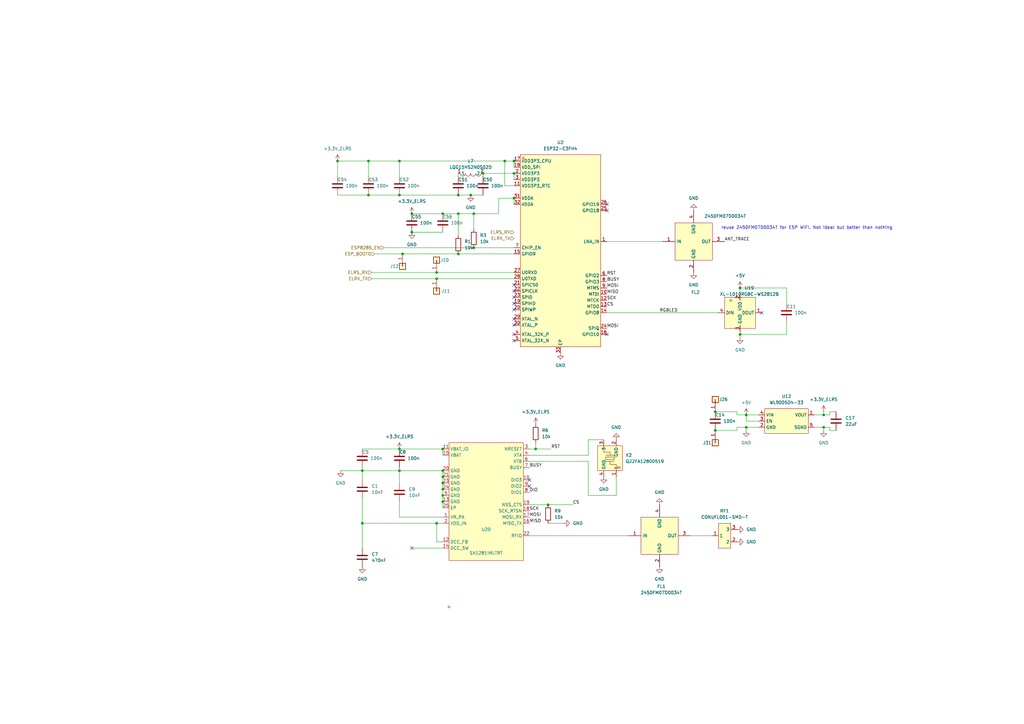
<source format=kicad_sch>
(kicad_sch (version 20250114) (generator "eeschema") (generator_version "9.0")
  (paper "A3")
  (lib_symbols
    (symbol "+3.3V_1" (power) (pin_numbers (hide yes)) (pin_names (offset 0) (hide yes))
      (property "Value" "+3.3V" (at 0 3.556 0))
      (symbol "+3.3V_1_0_1"
        (polyline (pts (xy -0.762 1.27) (xy 0 2.54)))
        (polyline (pts (xy 0 2.54) (xy 0.762 1.27)))
        (polyline (pts (xy 0 0) (xy 0 2.54)))
      )
      (symbol "+3.3V_1_1_1"
        (pin power_in line (at 0 0 90) (length 0) (name "~") (number "1"))
      )
    )
    (symbol "Connector_Generic:Conn_01x01" (pin_names (offset 1.016) (hide yes))
      (property "Reference" "J" (at 0 2.54 0))
      (property "Value" "Conn_01x01" (at 0 -2.54 0))
      (symbol "Conn_01x01_1_1"
        (rectangle (start -1.27 1.27) (end 1.27 -1.27) (stroke (width 0.254)) (fill (type background)))
        (rectangle (start -1.27 0.127) (end 0 -0.127) (stroke (width 0.1524)))
        (pin passive line (at -5.08 0 0) (length 3.81) (name "Pin_1") (number "1"))
      )
    )
    (symbol "Device:C" (pin_numbers (hide yes)) (pin_names (offset 0.254))
      (property "Reference" "C" (at 0.635 2.54 0))
      (property "Value" "C" (at 0.635 -2.54 0))
      (symbol "C_0_1"
        (polyline (pts (xy -2.032 0.762) (xy 2.032 0.762)) (stroke (width 0.508)))
        (polyline (pts (xy -2.032 -0.762) (xy 2.032 -0.762)) (stroke (width 0.508)))
      )
      (symbol "C_1_1"
        (pin passive line (at 0 3.81 270) (length 2.794) (name "~") (number "1"))
        (pin passive line (at 0 -3.81 90) (length 2.794) (name "~") (number "2"))
      )
    )
    (symbol "Device:R" (pin_numbers (hide yes)) (pin_names (offset 0))
      (property "Reference" "R" (at 2.032 0 90))
      (property "Value" "R" (at 0 0 90))
      (symbol "R_0_1"
        (rectangle (start -1.016 -2.54) (end 1.016 2.54) (stroke (width 0.254)))
      )
      (symbol "R_1_1"
        (pin passive line (at 0 3.81 270) (length 1.27) (name "~") (number "1"))
        (pin passive line (at 0 -3.81 90) (length 1.27) (name "~") (number "2"))
      )
    )
    (symbol "GND_3" (power) (pin_numbers (hide yes)) (pin_names (offset 0) (hide yes))
      (property "Value" "GND" (at 0 -3.81 0))
      (symbol "GND_3_0_1"
        (polyline (pts (xy 0 0) (xy 0 -1.27) (xy 1.27 -1.27) (xy 0 -2.54) (xy -1.27 -1.27) (xy 0 -1.27)))
      )
      (symbol "GND_3_1_1"
        (pin power_in line (at 0 0 270) (length 0) (name "~") (number "1"))
      )
    )
    (symbol "lib:2450FM07D0034T"
      (property "Reference" "FL" (at 0 17.78 0))
      (property "Value" "2450FM07D0034T" (at 0 -17.78 0))
      (symbol "2450FM07D0034T_0_1"
        (rectangle (start -7.62 7.62) (end 7.62 -7.62) (fill (type background)))
        (pin unspecified line (at -12.7 0 0) (length 5.08) (name "IN") (number "1"))
        (pin unspecified line (at 0 12.7 270) (length 5.08) (name "GND") (number "4"))
        (pin unspecified line (at 0 -12.7 90) (length 5.08) (name "GND") (number "2"))
        (pin unspecified line (at 12.7 0 180) (length 5.08) (name "OUT") (number "3"))
      )
    )
    (symbol "lib:CONUFL001-SMD-T"
      (property "Reference" "RF" (at 0 7.62 0))
      (property "Value" "CONUFL001-SMD-T" (at 0 -7.62 0))
      (symbol "CONUFL001-SMD-T_0_1"
        (rectangle (start -2.54 5.08) (end 2.54 -5.08) (fill (type background)))
        (pin unspecified line (at -5.08 0 0) (length 2.54) (name "1") (number "1"))
        (pin unspecified line (at 5.08 2.54 180) (length 2.54) (name "3") (number "3"))
        (pin unspecified line (at 5.08 -2.54 180) (length 2.54) (name "2") (number "2"))
      )
    )
    (symbol "lib:ESP32-C3FH4"
      (property "Reference" "U2" (at 0 27.94 0))
      (property "Value" "ESP32-C3FH4" (at 0 25.4 0))
      (symbol "ESP32-C3FH4_0_1"
        (rectangle (start -16.51 22.86) (end 16.51 -55.88) (fill (type background)))
        (circle (center -15.24 21.59) (radius 0.38))
        (pin unspecified line (at -19.05 20.32 0) (length 2.54) (name "VDD3P3_CPU") (number "17"))
        (pin unspecified line (at -19.05 17.78 0) (length 2.54) (name "VDD_SPI") (number "18"))
        (pin unspecified line (at -19.05 15.24 0) (length 2.54) (name "VDD3P3") (number "2"))
        (pin unspecified line (at -19.05 12.7 0) (length 2.54) (name "VDD3P3") (number "3"))
        (pin unspecified line (at -19.05 10.16 0) (length 2.54) (name "VDD3P3_RTC") (number "11"))
        (pin unspecified line (at -19.05 5.08 0) (length 2.54) (name "VDDA") (number "31"))
        (pin unspecified line (at -19.05 2.54 0) (length 2.54) (name "VDDA") (number "32"))
        (pin unspecified line (at -19.05 -15.24 0) (length 2.54) (name "CHIP_EN") (number "7"))
        (pin unspecified line (at -19.05 -17.78 0) (length 2.54) (name "GPIO9") (number "15"))
        (pin unspecified line (at -19.05 -25.4 0) (length 2.54) (name "U0RXD") (number "27"))
        (pin unspecified line (at -19.05 -27.94 0) (length 2.54) (name "U0TXD") (number "28"))
        (pin unspecified line (at -19.05 -30.48 0) (length 2.54) (name "SPICS0") (number "21"))
        (pin unspecified line (at -19.05 -33.02 0) (length 2.54) (name "SPICLK") (number "22"))
        (pin unspecified line (at -19.05 -35.56 0) (length 2.54) (name "SPID") (number "23"))
        (pin unspecified line (at -19.05 -38.1 0) (length 2.54) (name "SPIHD") (number "19"))
        (pin unspecified line (at -19.05 -40.64 0) (length 2.54) (name "SPIWP") (number "20"))
        (pin unspecified line (at -19.05 -44.45 0) (length 2.54) (name "XTAL_N") (number "29"))
        (pin unspecified line (at -19.05 -46.99 0) (length 2.54) (name "XTAL_P") (number "30"))
        (pin unspecified line (at -19.05 -50.8 0) (length 2.54) (name "XTAL_32K_P") (number "4"))
        (pin unspecified line (at -19.05 -53.34 0) (length 2.54) (name "XTAL_32K_N") (number "5"))
        (pin unspecified line (at 0 -58.42 90) (length 2.54) (name "EP") (number "33"))
        (pin unspecified line (at 19.05 2.54 180) (length 2.54) (name "GPIO19") (number "26"))
        (pin unspecified line (at 19.05 0 180) (length 2.54) (name "GPIO18") (number "25"))
        (pin unspecified line (at 19.05 -12.7 180) (length 2.54) (name "LNA_IN") (number "1"))
        (pin unspecified line (at 19.05 -26.67 180) (length 2.54) (name "GPIO2") (number "6"))
        (pin unspecified line (at 19.05 -29.21 180) (length 2.54) (name "GPIO3") (number "8"))
        (pin unspecified line (at 19.05 -31.75 180) (length 2.54) (name "MTMS") (number "9"))
        (pin unspecified line (at 19.05 -34.29 180) (length 2.54) (name "MTDI") (number "10"))
        (pin unspecified line (at 19.05 -36.83 180) (length 2.54) (name "MTCK") (number "12"))
        (pin unspecified line (at 19.05 -39.37 180) (length 2.54) (name "MTDO") (number "13"))
        (pin unspecified line (at 19.05 -41.91 180) (length 2.54) (name "GPIO8") (number "14"))
        (pin unspecified line (at 19.05 -48.26 180) (length 2.54) (name "SPIQ") (number "24"))
        (pin unspecified line (at 19.05 -50.8 180) (length 2.54) (name "GPIO10") (number "16"))
      )
    )
    (symbol "lib:LQG15HS2N0S02D"
      (property "Reference" "L" (at 0 5.08 0))
      (property "Value" "LQG15HS2N0S02D" (at 0 -5.08 0))
      (symbol "LQG15HS2N0S02D_0_1"
        (arc (start -2.27 -0.02) (mid -3.28 -1.1324) (end -4.29 -0.02))
        (arc (start -0.11 -0.02) (mid -1.12 -1.1324) (end -2.13 -0.02))
        (arc (start 2.04 -0.02) (mid 1.03 -1.1324) (end 0.02 -0.02))
        (arc (start 4.23 -0.02) (mid 3.22 -1.1231) (end 2.21 -0.02))
        (pin unspecified line (at -5.08 0 0) (length 0.762) (name "1") (number "1"))
        (pin unspecified line (at 5.08 0 180) (length 0.762) (name "2") (number "2"))
      )
    )
    (symbol "lib:Q22FA12800519"
      (property "Reference" "X" (at 0 7.62 0))
      (property "Value" "Q22FA12800519" (at 0 -7.62 0))
      (symbol "Q22FA12800519_0_1"
        (rectangle (start -5.08 5.08) (end 5.08 -5.08) (fill (type background)))
        (polyline (pts (xy -5.08 -2.54) (xy -2.54 -2.54) (xy -2.54 0) (xy -1.27 0)))
        (circle (center -3.81 -3.81) (radius 0.38))
        (polyline (pts (xy -1.27 -1.78) (xy -1.27 1.78)))
        (rectangle (start -0.51 1.78) (end 0.51 -1.78) (fill (type background)))
        (polyline (pts (xy 1.27 -1.78) (xy 1.27 1.78)))
        (polyline (pts (xy 5.08 2.54) (xy 2.54 2.54) (xy 2.54 0) (xy 1.27 0)))
        (pin input line (at -7.62 2.54 0) (length 2.54) (name "GND") (number "4"))
        (pin input line (at -7.62 -2.54 0) (length 2.54) (name "1") (number "1"))
        (pin input line (at 7.62 2.54 180) (length 2.54) (name "3") (number "3"))
        (pin input line (at 7.62 -2.54 180) (length 2.54) (name "GND") (number "2"))
      )
    )
    (symbol "lib:SX1281IMLTRT"
      (property "Reference" "U11" (at 0 -19.05 0))
      (property "Value" "SX1281IMLTRT" (at 0 -28.702 0))
      (symbol "SX1281IMLTRT_0_1"
        (rectangle (start -15.24 16.51) (end 15.24 -31.75) (fill (type background)))
        (circle (center -15.24 -50.8) (radius 0.38))
        (pin unspecified line (at -17.78 13.97 0) (length 2.54) (name "VBAT_IO") (number "11"))
        (pin unspecified line (at -17.78 11.43 0) (length 2.54) (name "VBAT") (number "15"))
        (pin unspecified line (at -17.78 5.08 0) (length 2.54) (name "GND") (number "20"))
        (pin unspecified line (at -17.78 2.54 0) (length 2.54) (name "GND") (number "21"))
        (pin unspecified line (at -17.78 0 0) (length 2.54) (name "GND") (number "23"))
        (pin unspecified line (at -17.78 -2.54 0) (length 2.54) (name "GND") (number "24"))
        (pin unspecified line (at -17.78 -5.08 0) (length 2.54) (name "GND") (number "5"))
        (pin unspecified line (at -17.78 -7.62 0) (length 2.54) (name "GND") (number "13"))
        (pin unspecified line (at -17.78 -10.16 0) (length 2.54) (name "EP") (number "25"))
        (pin unspecified line (at -17.78 -13.97 0) (length 2.54) (name "VR_PA") (number "1"))
        (pin unspecified line (at -17.78 -16.51 0) (length 2.54) (name "VDD_IN") (number "2"))
        (pin unspecified line (at -17.78 -24.13 0) (length 2.54) (name "DCC_FB") (number "12"))
        (pin unspecified line (at -17.78 -26.67 0) (length 2.54) (name "DCC_SW") (number "14"))
        (pin unspecified line (at 17.78 13.97 180) (length 2.54) (name "NRESET") (number "3"))
        (pin unspecified line (at 17.78 11.43 180) (length 2.54) (name "XTA") (number "4"))
        (pin unspecified line (at 17.78 8.89 180) (length 2.54) (name "XTB") (number "6"))
        (pin unspecified line (at 17.78 6.35 180) (length 2.54) (name "BUSY") (number "7"))
        (pin unspecified line (at 17.78 1.27 180) (length 2.54) (name "DIO3") (number "10"))
        (pin unspecified line (at 17.78 -1.27 180) (length 2.54) (name "DIO2") (number "9"))
        (pin unspecified line (at 17.78 -3.81 180) (length 2.54) (name "DIO1") (number "8"))
        (pin unspecified line (at 17.78 -8.89 180) (length 2.54) (name "NSS_CTS") (number "19"))
        (pin unspecified line (at 17.78 -11.43 180) (length 2.54) (name "SCK_RTSN") (number "18"))
        (pin unspecified line (at 17.78 -13.97 180) (length 2.54) (name "MOSI_RX") (number "17"))
        (pin unspecified line (at 17.78 -16.51 180) (length 2.54) (name "MISO_TX") (number "16"))
        (pin unspecified line (at 17.78 -21.59 180) (length 2.54) (name "RFIO") (number "22"))
      )
    )
    (symbol "lib:WL9005D4-33"
      (property "Reference" "U" (at 0 7.62 0))
      (property "Value" "WL9005D4-33" (at 0 -7.62 0))
      (symbol "WL9005D4-33_0_1"
        (rectangle (start -8.89 5.08) (end 8.89 -5.08) (fill (type background)))
        (pin unspecified line (at -11.43 2.54 0) (length 2.54) (name "VIN") (number "4"))
        (pin unspecified line (at -11.43 0 0) (length 2.54) (name "EN") (number "3"))
        (pin unspecified line (at -11.43 -2.54 0) (length 2.54) (name "GND") (number "2"))
        (pin unspecified line (at 11.43 2.54 180) (length 2.54) (name "VOUT") (number "1"))
        (pin unspecified line (at 11.43 -2.54 180) (length 2.54) (name "SGND") (number "5"))
      )
    )
    (symbol "lib:XL-1010RGBC-WS2812B"
      (property "Reference" "U3" (at 21.59 10.2302 0))
      (property "Value" "XL-1010RGBC-WS2812B" (at 21.59 7.6902 0))
      (symbol "XL-1010RGBC-WS2812B_0_1"
        (rectangle (start -7.62 6.35) (end 5.08 -6.35) (fill (type background)))
        (circle (center -5.08 5.08) (radius 0.38))
        (pin unspecified line (at -10.16 0 0) (length 2.54) (name "DIN") (number "4"))
        (pin unspecified line (at -1.27 7.62 270) (length 2.54) (name "VDD") (number "2"))
        (pin unspecified line (at -1.27 -7.62 90) (length 2.54) (name "GND") (number "3"))
        (pin unspecified line (at 7.62 0 180) (length 2.54) (name "DOUT") (number "1"))
      )
    )
    (symbol "power:+5V" (power) (pin_numbers (hide yes)) (pin_names (offset 0) (hide yes))
      (property "Value" "+5V" (at 0 3.556 0))
      (symbol "+5V_0_1"
        (polyline (pts (xy -0.762 1.27) (xy 0 2.54)))
        (polyline (pts (xy 0 2.54) (xy 0.762 1.27)))
        (polyline (pts (xy 0 0) (xy 0 2.54)))
      )
      (symbol "+5V_1_1"
        (pin power_in line (at 0 0 90) (length 0) (name "~") (number "1"))
      )
    )
    (symbol "power:GND" (power) (pin_names (offset 0))
      (property "Value" "GND" (at 0 -3.81 0))
      (symbol "GND_0_1"
        (polyline (pts (xy 0 0) (xy 0 -1.27) (xy 1.27 -1.27) (xy 0 -2.54) (xy -1.27 -1.27) (xy 0 -1.27)))
      )
      (symbol "GND_1_1"
        (pin power_in line (at 0 0 270) (length 0) (hide yes) (name "GND") (number "1"))
      )
    )
  )
  (text "reuse 2450FM07D0034T for ESP WIFI. Not ideal but better than nothing" (at 330.962 93.472 0) (effects (font (size 1.27 1.27))))
  (junction (at 163.83 66.04))
  (junction (at 337.82 175.26))
  (junction (at 179.07 111.76))
  (junction (at 165.1 104.14))
  (junction (at 179.07 114.3))
  (junction (at 181.61 203.2))
  (junction (at 193.04 80.01))
  (junction (at 224.79 207.01))
  (junction (at 306.07 175.26))
  (junction (at 181.61 195.58))
  (junction (at 151.13 80.01))
  (junction (at 187.96 80.01))
  (junction (at 181.61 87.63))
  (junction (at 198.12 71.12))
  (junction (at 168.91 95.25))
  (junction (at 181.61 205.74))
  (junction (at 181.61 198.12))
  (junction (at 303.53 118.11))
  (junction (at 187.96 87.63))
  (junction (at 168.91 87.63))
  (junction (at 148.59 193.04))
  (junction (at 179.07 214.63))
  (junction (at 293.37 168.91))
  (junction (at 194.31 101.6))
  (junction (at 148.59 214.63))
  (junction (at 138.43 66.04))
  (junction (at 337.82 170.18))
  (junction (at 210.82 81.28))
  (junction (at 163.83 193.04))
  (junction (at 303.53 137.16))
  (junction (at 293.37 176.53))
  (junction (at 187.96 104.14))
  (junction (at 219.71 184.15))
  (junction (at 151.13 66.04))
  (junction (at 306.07 170.18))
  (junction (at 207.01 66.04))
  (junction (at 163.83 184.15))
  (junction (at 181.61 200.66))
  (junction (at 181.61 184.15))
  (junction (at 181.61 193.04))
  (junction (at 194.31 87.63))
  (junction (at 210.82 66.04))
  (junction (at 163.83 80.01))
  (junction (at 210.82 71.12))
  (no_connect (at 210.82 133.35))
  (no_connect (at 248.92 86.36))
  (no_connect (at 210.82 130.81))
  (no_connect (at 217.17 196.85))
  (no_connect (at 210.82 139.7))
  (no_connect (at 210.82 119.38))
  (no_connect (at 248.92 137.16))
  (no_connect (at 210.82 137.16))
  (no_connect (at 248.92 83.82))
  (no_connect (at 168.91 224.79))
  (no_connect (at 210.82 116.84))
  (no_connect (at 210.82 124.46))
  (no_connect (at 312.42 128.27))
  (no_connect (at 217.17 199.39))
  (no_connect (at 210.82 127))
  (no_connect (at 210.82 121.92))
  (wire (pts (xy 204.47 87.63) (xy 204.47 81.28)))
  (wire (pts (xy 219.71 181.61) (xy 219.71 184.15)))
  (wire (pts (xy 168.91 95.25) (xy 181.61 95.25)))
  (wire (pts (xy 179.07 111.76) (xy 210.82 111.76)))
  (wire (pts (xy 163.83 193.04) (xy 181.61 193.04)))
  (wire (pts (xy 151.13 80.01) (xy 163.83 80.01)))
  (wire (pts (xy 322.58 137.16) (xy 322.58 132.08)))
  (wire (pts (xy 340.36 168.91) (xy 342.9 168.91)))
  (wire (pts (xy 303.53 137.16) (xy 303.53 138.43)))
  (wire (pts (xy 157.48 101.6) (xy 194.31 101.6)))
  (wire (pts (xy 148.59 214.63) (xy 148.59 224.79)))
  (wire (pts (xy 181.61 222.25) (xy 179.07 222.25)))
  (wire (pts (xy 303.53 118.11) (xy 303.53 120.65)))
  (wire (pts (xy 334.01 170.18) (xy 337.82 170.18)))
  (wire (pts (xy 210.82 76.2) (xy 207.01 76.2)))
  (wire (pts (xy 152.4 114.3) (xy 179.07 114.3)))
  (wire (pts (xy 181.61 198.12) (xy 181.61 200.66)))
  (wire (pts (xy 224.79 207.01) (xy 217.17 207.01)))
  (wire (pts (xy 340.36 170.18) (xy 340.36 168.91)))
  (wire (pts (xy 337.82 175.26) (xy 340.36 175.26)))
  (wire (pts (xy 165.1 104.14) (xy 187.96 104.14)))
  (wire (pts (xy 234.95 207.01) (xy 224.79 207.01)))
  (wire (pts (xy 138.43 80.01) (xy 151.13 80.01)))
  (wire (pts (xy 163.83 66.04) (xy 151.13 66.04)))
  (wire (pts (xy 219.71 184.15) (xy 217.17 184.15)))
  (wire (pts (xy 168.91 87.63) (xy 181.61 87.63)))
  (wire (pts (xy 181.61 214.63) (xy 179.07 214.63)))
  (wire (pts (xy 181.61 195.58) (xy 181.61 198.12)))
  (wire (pts (xy 153.67 104.14) (xy 165.1 104.14)))
  (wire (pts (xy 181.61 87.63) (xy 187.96 87.63)))
  (wire (pts (xy 163.83 184.15) (xy 181.61 184.15)))
  (wire (pts (xy 179.07 214.63) (xy 179.07 222.25)))
  (wire (pts (xy 303.53 135.89) (xy 303.53 137.16)))
  (wire (pts (xy 210.82 81.28) (xy 210.82 83.82)))
  (wire (pts (xy 181.61 205.74) (xy 181.61 208.28)))
  (wire (pts (xy 217.17 219.71) (xy 257.81 219.71)))
  (wire (pts (xy 148.59 193.04) (xy 148.59 196.85)))
  (wire (pts (xy 187.96 71.12) (xy 187.96 72.39)))
  (wire (pts (xy 163.83 80.01) (xy 187.96 80.01)))
  (wire (pts (xy 340.36 176.53) (xy 342.9 176.53)))
  (wire (pts (xy 231.14 214.63) (xy 224.79 214.63)))
  (wire (pts (xy 252.73 203.2) (xy 241.3 203.2)))
  (wire (pts (xy 337.82 175.26) (xy 337.82 176.53)))
  (wire (pts (xy 151.13 66.04) (xy 151.13 72.39)))
  (wire (pts (xy 217.17 189.23) (xy 241.3 189.23)))
  (wire (pts (xy 283.21 219.71) (xy 292.1 219.71)))
  (wire (pts (xy 138.43 66.04) (xy 151.13 66.04)))
  (wire (pts (xy 193.04 80.01) (xy 198.12 80.01)))
  (wire (pts (xy 241.3 180.34) (xy 247.65 180.34)))
  (wire (pts (xy 322.58 118.11) (xy 322.58 124.46)))
  (wire (pts (xy 148.59 193.04) (xy 163.83 193.04)))
  (wire (pts (xy 198.12 71.12) (xy 198.12 72.39)))
  (wire (pts (xy 187.96 87.63) (xy 187.96 96.52)))
  (wire (pts (xy 163.83 191.77) (xy 163.83 193.04)))
  (wire (pts (xy 302.26 168.91) (xy 293.37 168.91)))
  (wire (pts (xy 187.96 87.63) (xy 194.31 87.63)))
  (wire (pts (xy 241.3 189.23) (xy 241.3 203.2)))
  (wire (pts (xy 148.59 184.15) (xy 163.83 184.15)))
  (wire (pts (xy 210.82 66.04) (xy 207.01 66.04)))
  (wire (pts (xy 168.91 224.79) (xy 181.61 224.79)))
  (wire (pts (xy 302.26 176.53) (xy 302.26 175.26)))
  (wire (pts (xy 210.82 66.04) (xy 210.82 68.58)))
  (wire (pts (xy 241.3 186.69) (xy 241.3 180.34)))
  (wire (pts (xy 306.07 170.18) (xy 302.26 170.18)))
  (wire (pts (xy 306.07 170.18) (xy 311.15 170.18)))
  (wire (pts (xy 194.31 101.6) (xy 210.82 101.6)))
  (wire (pts (xy 163.83 66.04) (xy 163.83 72.39)))
  (wire (pts (xy 293.37 176.53) (xy 302.26 176.53)))
  (wire (pts (xy 138.43 72.39) (xy 138.43 66.04)))
  (wire (pts (xy 311.15 172.72) (xy 306.07 172.72)))
  (wire (pts (xy 179.07 214.63) (xy 148.59 214.63)))
  (wire (pts (xy 337.82 170.18) (xy 340.36 170.18)))
  (wire (pts (xy 179.07 114.3) (xy 210.82 114.3)))
  (wire (pts (xy 198.12 71.12) (xy 210.82 71.12)))
  (wire (pts (xy 187.96 104.14) (xy 210.82 104.14)))
  (wire (pts (xy 306.07 176.53) (xy 306.07 175.26)))
  (wire (pts (xy 163.83 212.09) (xy 163.83 205.74)))
  (wire (pts (xy 194.31 87.63) (xy 204.47 87.63)))
  (wire (pts (xy 340.36 175.26) (xy 340.36 176.53)))
  (wire (pts (xy 226.06 184.15) (xy 219.71 184.15)))
  (wire (pts (xy 306.07 175.26) (xy 311.15 175.26)))
  (wire (pts (xy 334.01 175.26) (xy 337.82 175.26)))
  (wire (pts (xy 181.61 200.66) (xy 181.61 203.2)))
  (wire (pts (xy 302.26 175.26) (xy 306.07 175.26)))
  (wire (pts (xy 302.26 170.18) (xy 302.26 168.91)))
  (wire (pts (xy 187.96 80.01) (xy 193.04 80.01)))
  (wire (pts (xy 248.92 128.27) (xy 294.64 128.27)))
  (wire (pts (xy 148.59 191.77) (xy 148.59 193.04)))
  (wire (pts (xy 252.73 195.58) (xy 252.73 203.2)))
  (wire (pts (xy 181.61 193.04) (xy 181.61 195.58)))
  (wire (pts (xy 139.7 193.04) (xy 148.59 193.04)))
  (wire (pts (xy 217.17 186.69) (xy 241.3 186.69)))
  (wire (pts (xy 163.83 193.04) (xy 163.83 198.12)))
  (wire (pts (xy 210.82 71.12) (xy 210.82 73.66)))
  (wire (pts (xy 337.82 170.18) (xy 337.82 168.91)))
  (wire (pts (xy 207.01 76.2) (xy 207.01 66.04)))
  (wire (pts (xy 207.01 66.04) (xy 163.83 66.04)))
  (wire (pts (xy 303.53 118.11) (xy 322.58 118.11)))
  (wire (pts (xy 181.61 203.2) (xy 181.61 205.74)))
  (wire (pts (xy 194.31 87.63) (xy 194.31 93.98)))
  (wire (pts (xy 248.92 99.06) (xy 271.78 99.06)))
  (wire (pts (xy 204.47 81.28) (xy 210.82 81.28)))
  (wire (pts (xy 303.53 137.16) (xy 322.58 137.16)))
  (wire (pts (xy 152.4 111.76) (xy 179.07 111.76)))
  (wire (pts (xy 181.61 184.15) (xy 181.61 186.69)))
  (wire (pts (xy 148.59 204.47) (xy 148.59 214.63)))
  (wire (pts (xy 181.61 212.09) (xy 163.83 212.09)))
  (wire (pts (xy 306.07 172.72) (xy 306.07 170.18)))
  (label "SCK" (at 248.92 123.19 0))
  (label "MISO" (at 217.17 214.63 0))
  (label "MOSI" (at 248.92 118.11 0))
  (label "CS" (at 248.92 125.73 0))
  (label "MOSI" (at 217.17 212.09 0))
  (label "BUSY" (at 248.92 115.57 0))
  (label "BUSY" (at 217.17 191.77 0))
  (label "RST" (at 248.92 113.03 0))
  (label "CS" (at 234.95 207.01 0))
  (label "ANT_TRACE" (at 297.18 99.06 0))
  (label "MISO" (at 248.92 120.65 0))
  (label "RGBLED" (at 270.51 128.27 0))
  (label "SCK" (at 217.17 209.55 0))
  (label "DIO" (at 217.17 201.93 0))
  (label "RST" (at 226.06 184.15 0))
  (label "MOSI" (at 248.92 134.62 0))
  (hierarchical_label "ESP8285_EN" (shape input) (at 157.48 101.6 180))
  (hierarchical_label "ELRX_TX" (shape input) (at 152.4 114.3 180))
  (hierarchical_label "ESP_BOOT0" (shape input) (at 153.67 104.14 180))
  (hierarchical_label "ELRX_TX" (shape input) (at 210.82 97.79 180))
  (hierarchical_label "ELRS_RX" (shape input) (at 210.82 95.25 180))
  (hierarchical_label "ELRS_RX" (shape input) (at 152.4 111.76 180))
  (symbol (lib_id "power:GND") (at 284.48 86.36 180) (unit 1)
    (property "Reference" "#PWR0132" (effects (hide yes)))
    (property "Value" "GND" (at 284.48 81.28 0))
    (property "Description" "Power symbol creates a global label with name \"GND\" , ground" (effects (hide yes)))
  )
  (symbol (lib_id "Connector_Generic:Conn_01x01") (at 179.07 119.38 270) (unit 1)
    (property "Reference" "J11" (at 184.658 119.38 90) (effects (justify right)))
    (property "Value" "5V" (effects (hide yes)))
    (property "Footprint" "lib:small_pad" (effects (hide yes)))
    (property "Description" "Generic connector, single row, 01x01, script generated (kicad-library-utils/schlib/autogen/connector/)" (effects (hide yes)))
  )
  (symbol (lib_id "lib:Q22FA12800519") (at 250.19 187.96 90) (unit 1)
    (property "Reference" "X2" (at 256.54 186.6899 90) (effects (justify right)))
    (property "Value" "Q22FA12800519" (at 256.54 189.2299 90) (effects (justify right)))
    (property "Footprint" "lib:CRYSTAL-SMD_4P-L2.0-W1.6-BL" (effects (hide yes)))
    (property "LCSC Part" "C841202" (effects (hide yes)))
  )
  (symbol (lib_name "GND_3") (lib_id "power:GND") (at 231.14 214.63 90) (unit 1)
    (property "Reference" "#PWR015" (effects (hide yes)))
    (property "Value" "GND" (at 234.95 214.6299 90) (effects (justify right)))
    (property "Description" "Power symbol creates a global label with name \"GND\" , ground" (effects (hide yes)))
  )
  (symbol (lib_name "GND_3") (lib_id "power:GND") (at 270.51 207.01 180) (unit 1)
    (property "Reference" "#PWR038" (effects (hide yes)))
    (property "Value" "GND" (at 270.51 201.93 0))
    (property "Description" "Power symbol creates a global label with name \"GND\" , ground" (effects (hide yes)))
  )
  (symbol (lib_id "power:GND") (at 302.26 217.17 90) (unit 1)
    (property "Reference" "#PWR0140" (effects (hide yes)))
    (property "Value" "GND" (at 306.07 217.1699 90) (effects (justify right)))
  )
  (symbol (lib_id "Device:C") (at 151.13 76.2 0) (unit 1)
    (property "Reference" "C53" (at 151.13 73.66 0) (effects (justify left)))
    (property "Value" "100n" (at 154.432 76.2 0) (effects (justify left)))
    (property "Footprint" "Capacitor_SMD:C_0402_1005Metric" (effects (hide yes)))
    (property "LCSC" "C1525" (effects (hide yes)))
  )
  (symbol (lib_id "power:GND") (at 193.04 80.01 0) (unit 1)
    (property "Reference" "#PWR0133" (effects (hide yes)))
    (property "Value" "GND" (at 193.04 85.09 0))
    (property "Description" "Power symbol creates a global label with name \"GND\" , ground" (effects (hide yes)))
  )
  (symbol (lib_id "Device:C") (at 148.59 228.6 0) (unit 1)
    (property "Reference" "C7" (at 152.4 227.3299 0) (effects (justify left)))
    (property "Value" "470nF" (at 152.4 229.8699 0) (effects (justify left)))
    (property "Footprint" "Capacitor_SMD:C_0402_1005Metric" (effects (hide yes)))
    (property "Description" "Unpolarized capacitor" (effects (hide yes)))
    (property "LCSC" "C92361" (effects (hide yes)))
  )
  (symbol (lib_id "lib:WL9005D4-33") (at 322.58 172.72 0) (unit 1)
    (property "Reference" "U12" (at 322.58 162.56 0))
    (property "Value" "WL9005D4-33" (at 322.58 165.1 0))
    (property "Footprint" "lib:UDFN-4_L1.0-W1.0-P0.65-TL" (effects (hide yes)))
    (property "LCSC Part" "C5357206" (effects (hide yes)))
  )
  (symbol (lib_id "lib:SX1281IMLTRT") (at 199.39 198.12 0) (unit 1)
    (property "Reference" "U20" (at 199.39 217.17 0))
    (property "Value" "SX1281IMLTRT" (at 199.39 226.822 0))
    (property "Footprint" "lib:QFN-24_L4.0-W4.0-P0.50-TL-EP2.6" (effects (hide yes)))
    (property "LCSC Part" "C2151551" (effects (hide yes)))
  )
  (symbol (lib_name "GND_3") (lib_id "power:GND") (at 148.59 232.41 0) (unit 1)
    (property "Reference" "#PWR048" (effects (hide yes)))
    (property "Value" "GND" (at 148.59 237.49 0))
    (property "Description" "Power symbol creates a global label with name \"GND\" , ground" (effects (hide yes)))
  )
  (symbol (lib_id "Device:R") (at 194.31 97.79 0) (unit 1)
    (property "Reference" "R3" (at 196.85 96.5199 0) (effects (justify left)))
    (property "Value" "10k" (at 196.85 99.0599 0) (effects (justify left)))
    (property "Footprint" "Resistor_SMD:R_0402_1005Metric" (effects (hide yes)))
    (property "Description" "Resistor" (effects (hide yes)))
    (property "LCSC" "C2909316" (effects (hide yes)))
  )
  (symbol (lib_id "Device:C") (at 163.83 201.93 0) (unit 1)
    (property "Reference" "C9" (at 167.64 200.6599 0) (effects (justify left)))
    (property "Value" "10nF" (at 167.64 203.1999 0) (effects (justify left)))
    (property "Footprint" "Capacitor_SMD:C_0402_1005Metric" (effects (hide yes)))
    (property "Description" "Unpolarized capacitor" (effects (hide yes)))
    (property "LCSC" "C15195" (effects (hide yes)))
  )
  (symbol (lib_id "Device:C") (at 342.9 172.72 0) (unit 1)
    (property "Reference" "C17" (at 346.71 171.4499 0) (effects (justify left)))
    (property "Value" "22uF" (at 346.71 173.9899 0) (effects (justify left)))
    (property "Footprint" "Capacitor_SMD:C_0402_1005Metric" (effects (hide yes)))
    (property "Description" "Unpolarized capacitor" (effects (hide yes)))
    (property "LCSC" "C105226" (effects (hide yes)))
  )
  (symbol (lib_name "GND_3") (lib_id "power:GND") (at 247.65 195.58 0) (unit 1)
    (property "Reference" "#PWR052" (effects (hide yes)))
    (property "Value" "GND" (at 247.65 200.66 0))
    (property "Description" "Power symbol creates a global label with name \"GND\" , ground" (effects (hide yes)))
  )
  (symbol (lib_id "Device:R") (at 187.96 100.33 0) (unit 1)
    (property "Reference" "R1" (at 190.5 99.0599 0) (effects (justify left)))
    (property "Value" "10k" (at 190.5 101.5999 0) (effects (justify left)))
    (property "Footprint" "Resistor_SMD:R_0402_1005Metric" (effects (hide yes)))
    (property "Description" "Resistor" (effects (hide yes)))
    (property "LCSC" "C2909316" (effects (hide yes)))
  )
  (symbol (lib_id "power:GND") (at 229.87 144.78 0) (unit 1)
    (property "Reference" "#PWR019" (effects (hide yes)))
    (property "Value" "GND" (at 229.87 149.86 0))
    (property "Description" "Power symbol creates a global label with name \"GND\" , ground" (effects (hide yes)))
  )
  (symbol (lib_name "+3.3V_1") (lib_id "power:+3.3V") (at 168.91 87.63 0) (unit 1)
    (property "Reference" "#PWR054" (effects (hide yes)))
    (property "Value" "+3.3V_ELRS" (at 168.91 82.55 0))
    (property "Description" "Power symbol creates a global label with name \"+3.3V\"" (effects (hide yes)))
  )
  (symbol (lib_name "GND_3") (lib_id "power:GND") (at 270.51 232.41 0) (unit 1)
    (property "Reference" "#PWR039" (effects (hide yes)))
    (property "Value" "GND" (at 270.51 237.49 0))
    (property "Description" "Power symbol creates a global label with name \"GND\" , ground" (effects (hide yes)))
  )
  (symbol (lib_name "GND_3") (lib_id "power:GND") (at 337.82 176.53 0) (unit 1)
    (property "Reference" "#PWR0127" (effects (hide yes)))
    (property "Value" "GND" (at 337.82 181.61 0))
    (property "Description" "Power symbol creates a global label with name \"GND\" , ground" (effects (hide yes)))
  )
  (symbol (lib_id "power:GND") (at 168.91 95.25 0) (unit 1)
    (property "Reference" "#PWR0139" (effects (hide yes)))
    (property "Value" "GND" (at 168.91 100.33 0))
    (property "Description" "Power symbol creates a global label with name \"GND\" , ground" (effects (hide yes)))
  )
  (symbol (lib_name "GND_3") (lib_id "power:GND") (at 139.7 193.04 0) (unit 1)
    (property "Reference" "#PWR018" (effects (hide yes)))
    (property "Value" "GND" (at 139.7 198.12 0))
    (property "Description" "Power symbol creates a global label with name \"GND\" , ground" (effects (hide yes)))
  )
  (symbol (lib_id "Device:R") (at 224.79 210.82 0) (unit 1)
    (property "Reference" "R9" (at 227.33 209.5499 0) (effects (justify left)))
    (property "Value" "10k" (at 227.33 212.0899 0) (effects (justify left)))
    (property "Footprint" "Resistor_SMD:R_0402_1005Metric" (effects (hide yes)))
    (property "Description" "Resistor" (effects (hide yes)))
    (property "LCSC" "C2909316" (effects (hide yes)))
  )
  (symbol (lib_name "+3.3V_1") (lib_id "power:+3.3V") (at 337.82 168.91 0) (unit 1)
    (property "Reference" "#PWR0126" (effects (hide yes)))
    (property "Value" "+3.3V_ELRS" (at 337.82 163.83 0))
    (property "Description" "Power symbol creates a global label with name \"+3.3V\"" (effects (hide yes)))
  )
  (symbol (lib_id "lib:2450FM07D0034T") (at 270.51 219.71 0) (unit 1)
    (property "Reference" "FL1" (at 271.272 240.538 0))
    (property "Value" "2450FM07D0034T" (at 271.272 243.078 0))
    (property "Footprint" "lib:FILTER-SMD_4P-L1.0-W0.5-L" (effects (hide yes)))
    (property "LCSC Part" "C2651081" (effects (hide yes)))
  )
  (symbol (lib_id "power:GND") (at 284.48 111.76 0) (unit 1)
    (property "Reference" "#PWR0131" (effects (hide yes)))
    (property "Value" "GND" (at 284.48 116.84 0))
    (property "Description" "Power symbol creates a global label with name \"GND\" , ground" (effects (hide yes)))
  )
  (symbol (lib_id "Device:C") (at 322.58 128.27 0) (unit 1)
    (property "Reference" "C11" (at 322.58 125.73 0) (effects (justify left)))
    (property "Value" "100n" (at 325.882 128.27 0) (effects (justify left)))
    (property "Footprint" "Capacitor_SMD:C_0402_1005Metric" (effects (hide yes)))
    (property "LCSC" "C1525" (effects (hide yes)))
  )
  (symbol (lib_id "power:+5V") (at 303.53 118.11 0) (unit 1)
    (property "Reference" "#PWR058" (effects (hide yes)))
    (property "Value" "+5V" (at 303.53 113.03 0))
    (property "Description" "Power symbol creates a global label with name \"+5V\"" (effects (hide yes)))
  )
  (symbol (lib_id "lib:LQG15HS2N0S02D") (at 193.04 71.12 0) (unit 1)
    (property "Reference" "L7" (at 193.04 66.04 0))
    (property "Value" "LQG15HS2N0S02D" (at 193.04 68.58 0))
    (property "Footprint" "lib:L0402" (effects (hide yes)))
    (property "Datasheet" "https://lcsc.com/product-detail/Inductors-SMD_muRata_LQG15HS2N0S02D_2nH-0-3nH_C18216.html" (effects (hide yes)))
    (property "LCSC Part" "C18216" (effects (hide yes)))
  )
  (symbol (lib_id "Device:C") (at 187.96 76.2 0) (unit 1)
    (property "Reference" "C51" (at 187.96 73.66 0) (effects (justify left)))
    (property "Value" "100n" (at 191.262 76.2 0) (effects (justify left)))
    (property "Footprint" "Capacitor_SMD:C_0402_1005Metric" (effects (hide yes)))
    (property "LCSC" "C1525" (effects (hide yes)))
  )
  (symbol (lib_id "Device:C") (at 293.37 172.72 0) (unit 1)
    (property "Reference" "C14" (at 293.37 170.18 0) (effects (justify left)))
    (property "Value" "100n" (at 296.672 172.72 0) (effects (justify left)))
    (property "Footprint" "Capacitor_SMD:C_0402_1005Metric" (effects (hide yes)))
    (property "LCSC" "C1525" (effects (hide yes)))
  )
  (symbol (lib_name "+3.3V_1") (lib_id "power:+3.3V") (at 219.71 173.99 0) (unit 1)
    (property "Reference" "#PWR073" (effects (hide yes)))
    (property "Value" "+3.3V_ELRS" (at 219.71 168.91 0))
    (property "Description" "Power symbol creates a global label with name \"+3.3V\"" (effects (hide yes)))
  )
  (symbol (lib_name "+3.3V_1") (lib_id "power:+3.3V") (at 163.83 184.15 0) (unit 1)
    (property "Reference" "#PWR049" (effects (hide yes)))
    (property "Value" "+3.3V_ELRS" (at 163.83 179.07 0))
    (property "Description" "Power symbol creates a global label with name \"+3.3V\"" (effects (hide yes)))
  )
  (symbol (lib_id "Device:C") (at 163.83 76.2 0) (unit 1)
    (property "Reference" "C52" (at 163.83 73.66 0) (effects (justify left)))
    (property "Value" "100n" (at 167.132 76.2 0) (effects (justify left)))
    (property "Footprint" "Capacitor_SMD:C_0402_1005Metric" (effects (hide yes)))
    (property "LCSC" "C1525" (effects (hide yes)))
  )
  (symbol (lib_id "Connector_Generic:Conn_01x01") (at 179.07 106.68 90) (unit 1)
    (property "Reference" "J10" (at 180.594 106.68 90) (effects (justify right)))
    (property "Value" "5V" (effects (hide yes)))
    (property "Footprint" "lib:small_pad" (effects (hide yes)))
    (property "Description" "Generic connector, single row, 01x01, script generated (kicad-library-utils/schlib/autogen/connector/)" (effects (hide yes)))
  )
  (symbol (lib_id "Device:C") (at 163.83 187.96 0) (unit 1)
    (property "Reference" "C8" (at 163.83 185.42 0) (effects (justify left)))
    (property "Value" "100n" (at 167.132 187.96 0) (effects (justify left)))
    (property "Footprint" "Capacitor_SMD:C_0402_1005Metric" (effects (hide yes)))
    (property "LCSC" "C1525" (effects (hide yes)))
  )
  (symbol (lib_id "Connector_Generic:Conn_01x01") (at 293.37 181.61 270) (unit 1)
    (property "Reference" "J31" (at 291.846 181.61 90) (effects (justify right)))
    (property "Value" "5V" (effects (hide yes)))
    (property "Footprint" "lib:small_pad" (effects (hide yes)))
    (property "Description" "Generic connector, single row, 01x01, script generated (kicad-library-utils/schlib/autogen/connector/)" (effects (hide yes)))
  )
  (symbol (lib_id "Device:R") (at 219.71 177.8 0) (unit 1)
    (property "Reference" "R6" (at 222.25 176.5299 0) (effects (justify left)))
    (property "Value" "10k" (at 222.25 179.0699 0) (effects (justify left)))
    (property "Footprint" "Resistor_SMD:R_0402_1005Metric" (effects (hide yes)))
    (property "Description" "Resistor" (effects (hide yes)))
    (property "LCSC" "C2909316" (effects (hide yes)))
  )
  (symbol (lib_id "power:+5V") (at 306.07 170.18 0) (unit 1)
    (property "Reference" "#PWR034" (effects (hide yes)))
    (property "Value" "+5V" (at 306.07 165.1 0))
    (property "Description" "Power symbol creates a global label with name \"+5V\"" (effects (hide yes)))
  )
  (symbol (lib_id "lib:2450FM07D0034T") (at 284.48 99.06 0) (unit 1)
    (property "Reference" "FL2" (at 285.242 119.888 0))
    (property "Value" "2450FM07D0034T" (at 297.434 88.646 0))
    (property "Footprint" "lib:FILTER-SMD_4P-L1.0-W0.5-L" (effects (hide yes)))
    (property "LCSC Part" "C2651081" (effects (hide yes)))
  )
  (symbol (lib_id "power:GND") (at 302.26 222.25 90) (unit 1)
    (property "Reference" "#PWR0141" (effects (hide yes)))
    (property "Value" "GND" (at 306.07 222.2499 90) (effects (justify right)))
  )
  (symbol (lib_id "Device:C") (at 198.12 76.2 0) (unit 1)
    (property "Reference" "C50" (at 198.12 73.66 0) (effects (justify left)))
    (property "Value" "100n" (at 201.422 76.2 0) (effects (justify left)))
    (property "Footprint" "Capacitor_SMD:C_0402_1005Metric" (effects (hide yes)))
    (property "LCSC" "C1525" (effects (hide yes)))
  )
  (symbol (lib_id "lib:CONUFL001-SMD-T") (at 297.18 219.71 0) (unit 1)
    (property "Reference" "RF1" (at 297.18 209.55 0))
    (property "Value" "CONUFL001-SMD-T" (at 297.18 212.09 0))
    (property "Footprint" "lib:IPEX-SMD_3P-L2.6-W2.6-LS3.0" (effects (hide yes)))
    (property "LCSC Part" "C22418213" (effects (hide yes)))
  )
  (symbol (lib_id "Device:C") (at 168.91 91.44 0) (unit 1)
    (property "Reference" "C55" (at 168.91 88.9 0) (effects (justify left)))
    (property "Value" "100n" (at 172.212 91.44 0) (effects (justify left)))
    (property "Footprint" "Capacitor_SMD:C_0402_1005Metric" (effects (hide yes)))
    (property "LCSC" "C1525" (effects (hide yes)))
  )
  (symbol (lib_name "GND_3") (lib_id "power:GND") (at 252.73 180.34 180) (unit 1)
    (property "Reference" "#PWR050" (effects (hide yes)))
    (property "Value" "GND" (at 252.73 175.26 0))
    (property "Description" "Power symbol creates a global label with name \"GND\" , ground" (effects (hide yes)))
  )
  (symbol (lib_id "power:GND") (at 303.53 138.43 0) (unit 1)
    (property "Reference" "#PWR059" (effects (hide yes)))
    (property "Value" "GND" (at 303.53 143.51 0))
    (property "Description" "Power symbol creates a global label with name \"GND\" , ground" (effects (hide yes)))
  )
  (symbol (lib_id "Device:C") (at 148.59 187.96 0) (unit 1)
    (property "Reference" "C5" (at 148.59 185.42 0) (effects (justify left)))
    (property "Value" "100n" (at 151.892 187.96 0) (effects (justify left)))
    (property "Footprint" "Capacitor_SMD:C_0402_1005Metric" (effects (hide yes)))
    (property "LCSC" "C1525" (effects (hide yes)))
  )
  (symbol (lib_id "lib:XL-1010RGBC-WS2812B") (at 304.8 128.27 0) (unit 1)
    (property "Reference" "U19" (at 307.34 118.11 0))
    (property "Value" "XL-1010RGBC-WS2812B" (at 307.34 120.65 0))
    (property "Footprint" "lib:LED-SMD_4P-L1.0-W1.0-TL_XL-1010RGBC-WS2812B" (effects (hide yes)))
    (property "LCSC Part" "C5349953" (effects (hide yes)))
  )
  (symbol (lib_id "lib:ESP32-C3FH4") (at 229.87 86.36 0) (unit 1)
    (property "Reference" "U2" (at 229.87 58.42 0))
    (property "Value" "ESP32-C3FH4" (at 229.87 60.96 0))
    (property "Footprint" "lib:QFN-32_L5.0-W5.0-P0.50-TL-EP3.7" (effects (hide yes)))
    (property "LCSC Part" "C2858491" (effects (hide yes)))
  )
  (symbol (lib_name "GND_3") (lib_id "power:GND") (at 306.07 176.53 0) (unit 1)
    (property "Reference" "#PWR047" (effects (hide yes)))
    (property "Value" "GND" (at 306.07 181.61 0))
    (property "Description" "Power symbol creates a global label with name \"GND\" , ground" (effects (hide yes)))
  )
  (symbol (lib_name "+3.3V_1") (lib_id "power:+3.3V") (at 138.43 66.04 0) (unit 1)
    (property "Reference" "#PWR053" (effects (hide yes)))
    (property "Value" "+3.3V_ELRS" (at 138.43 60.96 0))
    (property "Description" "Power symbol creates a global label with name \"+3.3V\"" (effects (hide yes)))
  )
  (symbol (lib_id "Device:C") (at 148.59 200.66 0) (unit 1)
    (property "Reference" "C1" (at 152.4 199.3899 0) (effects (justify left)))
    (property "Value" "10nF" (at 152.4 201.9299 0) (effects (justify left)))
    (property "Footprint" "Capacitor_SMD:C_0402_1005Metric" (effects (hide yes)))
    (property "Description" "Unpolarized capacitor" (effects (hide yes)))
    (property "LCSC" "C15195" (effects (hide yes)))
  )
  (symbol (lib_id "Device:C") (at 181.61 91.44 0) (unit 1)
    (property "Reference" "C56" (at 181.61 88.9 0) (effects (justify left)))
    (property "Value" "100n" (at 184.912 91.44 0) (effects (justify left)))
    (property "Footprint" "Capacitor_SMD:C_0402_1005Metric" (effects (hide yes)))
    (property "LCSC" "C1525" (effects (hide yes)))
  )
  (symbol (lib_id "Device:C") (at 138.43 76.2 0) (unit 1)
    (property "Reference" "C54" (at 138.43 73.66 0) (effects (justify left)))
    (property "Value" "100n" (at 141.732 76.2 0) (effects (justify left)))
    (property "Footprint" "Capacitor_SMD:C_0402_1005Metric" (effects (hide yes)))
    (property "LCSC" "C1525" (effects (hide yes)))
  )
  (symbol (lib_id "Connector_Generic:Conn_01x01") (at 165.1 109.22 270) (unit 1)
    (property "Reference" "J12" (at 163.576 109.22 90) (effects (justify right)))
    (property "Value" "5V" (effects (hide yes)))
    (property "Footprint" "lib:small_pad" (effects (hide yes)))
    (property "Description" "Generic connector, single row, 01x01, script generated (kicad-library-utils/schlib/autogen/connector/)" (effects (hide yes)))
  )
  (symbol (lib_id "Connector_Generic:Conn_01x01") (at 293.37 163.83 90) (unit 1)
    (property "Reference" "J26" (at 294.894 163.83 90) (effects (justify right)))
    (property "Value" "5V" (effects (hide yes)))
    (property "Footprint" "lib:small_pad" (effects (hide yes)))
    (property "Description" "Generic connector, single row, 01x01, script generated (kicad-library-utils/schlib/autogen/connector/)" (effects (hide yes)))
  )
)
</source>
